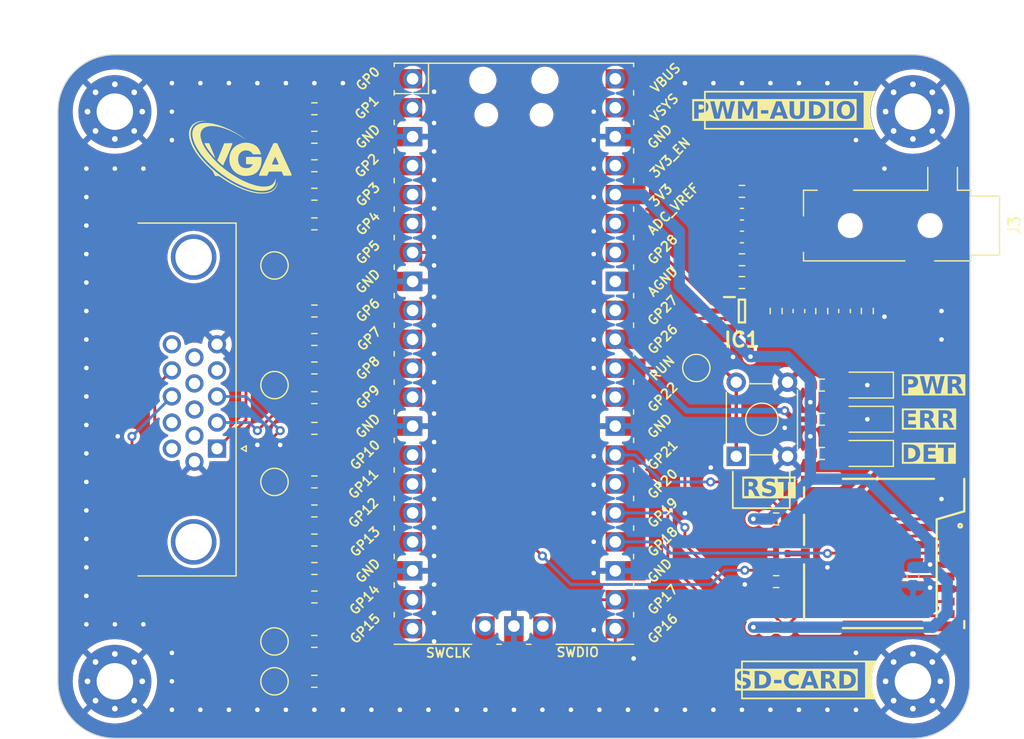
<source format=kicad_pcb>
(kicad_pcb (version 20221018) (generator pcbnew)
  (layers (0 "F.Cu" signal) (31 "B.Cu" signal) (34 "B.Paste" user) (35 "F.Paste" user) (36 "B.SilkS" user "B.Silkscreen") (37 "F.SilkS" user "F.Silkscreen") (38 "B.Mask" user) (39 "F.Mask" user) (44 "Edge.Cuts" user))
  (net 0 "")
  (net 1 "+3V3")
  (net 2 "GND")
  (net 3 "Net-(C3-Pad1)")
  (net 4 "Net-(C4-Pad2)")
  (net 5 "Net-(C5-Pad1)")
  (net 6 "Net-(C6-Pad2)")
  (net 7 "Net-(D1-K)")
  (net 8 "Net-(D1-A)")
  (net 9 "/SD_ERR_LED")
  (net 10 "/GPIO28")
  (net 11 "/GPIO27")
  (net 12 "Net-(IC1-Y2)")
  (net 13 "Net-(IC1-Y1)")
  (net 14 "/VGA_R")
  (net 15 "/VGA_G")
  (net 16 "/VGA_B")
  (net 20 "/HSYNC")
  (net 21 "/VSYNC")
  (net 23 "/SD_DAT2")
  (net 24 "/SD_DAT3")
  (net 25 "/SD_CMD")
  (net 26 "/SD_CLK")
  (net 27 "/SD_DAT0")
  (net 28 "/SD_DAT1")
  (net 29 "Net-(J2-SHIELD)")
  (net 30 "/GPIO4")
  (net 31 "/GPIO3")
  (net 32 "/GPIO2")
  (net 33 "/GPIO1")
  (net 34 "/GPIO0")
  (net 35 "/GPIO10")
  (net 36 "/GPIO9")
  (net 37 "/GPIO8")
  (net 38 "/GPIO7")
  (net 39 "/GPIO6")
  (net 40 "/GPIO15")
  (net 41 "/GPIO14")
  (net 42 "/GPIO13")
  (net 43 "/GPIO12")
  (net 44 "/GPIO11")
  (net 45 "Net-(U1-GPIO16)")
  (net 46 "Net-(U1-GPIO17)")
  (net 47 "Net-(U1-RUN)")
  (net 55 "Net-(D2-A)")
  (net 56 "Net-(D3-A)")
  (footprint "Module:RPi_Pico_SMD_TH" (layer "F.Cu") (at 155 81.25)
    (fp_text reference "U1" hide)
    (fp_text value "Pico")
  )
  (footprint "SamacSys_Parts:503398-1892" (layer "F.Cu") (at 194.5 92.23 -90)
    (fp_text reference "J2" hide)
    (fp_text value "Micro_SD_Card_Det1" hide)
  )
  (footprint "Resistor_SMD:R_0603_1608Metric" (layer "F.Cu") (at 178 95.75)
    (fp_text reference "R18" hide)
    (fp_text value "10k")
  )
  (footprint "Capacitor_SMD:C_0603_1608Metric" (layer "F.Cu") (at 180 77.5 90)
    (fp_text reference "C3" hide)
    (fp_text value "100n")
  )
  (footprint "TestPoint:TestPoint_Pad_D2.0mm" (layer "F.Cu") (at 134 92.5)
    (fp_text reference "TP3" hide)
    (fp_text value "TestPoint")
  )
  (footprint "Resistor_SMD:R_0603_1608Metric" (layer "F.Cu") (at 137.5 82.5 180)
    (fp_text reference "R8" hide)
    (fp_text value "2k")
  )
  (footprint "Resistor_SMD:R_0603_1608Metric" (layer "F.Cu") (at 137.5 59.75 180)
    (fp_text reference "R5" hide)
    (fp_text value "8.06k")
  )
  (footprint "Resistor_SMD:R_0603_1608Metric" (layer "F.Cu") (at 137.5 102.6 180)
    (fp_text reference "R11" hide)
    (fp_text value "499")
  )
  (footprint "TestPoint:TestPoint_Pad_D2.0mm" (layer "F.Cu") (at 134 84)
    (fp_text reference "TP2" hide)
    (fp_text value "TestPoint")
  )
  (footprint "Resistor_SMD:R_0603_1608Metric" (layer "F.Cu") (at 137.5 106.5 180)
    (fp_text reference "R17" hide)
    (fp_text value "47")
  )
  (footprint "Resistor_SMD:R_0603_1608Metric" (layer "F.Cu") (at 137.5 95.05 180)
    (fp_text reference "R14" hide)
    (fp_text value "4.02k")
  )
  (footprint "Resistor_SMD:R_0603_1608Metric" (layer "F.Cu") (at 137.5 110 180)
    (fp_text reference "R16" hide)
    (fp_text value "47")
  )
  (footprint "Resistor_SMD:R_0603_1608Metric" (layer "F.Cu") (at 182 87)
    (fp_text reference "R30" hide)
    (fp_text value "Dim")
  )
  (footprint "TestPoint:TestPoint_Pad_D2.0mm" (layer "F.Cu") (at 134 106.5 90)
    (fp_text reference "TP5" hide)
    (fp_text value "TestPoint")
  )
  (footprint "Resistor_SMD:R_0603_1608Metric" (layer "F.Cu") (at 137.5 92.5 180)
    (fp_text reference "R15" hide)
    (fp_text value "8.06k")
  )
  (footprint "Resistor_SMD:R_0603_1608Metric" (layer "F.Cu") (at 137.5 97.6 180)
    (fp_text reference "R13" hide)
    (fp_text value "2k")
  )
  (footprint "Capacitor_SMD:C_0603_1608Metric" (layer "F.Cu") (at 175 80 180)
    (fp_text reference "C2" hide)
    (fp_text value "100n")
  )
  (footprint "Resistor_SMD:R_0603_1608Metric" (layer "F.Cu") (at 137.5 80 180)
    (fp_text reference "R9" hide)
    (fp_text value "4.02k")
  )
  (footprint "Package_SO:SOP65P210X110-6N" (layer "F.Cu") (at 175 77.5)
    (fp_text reference "IC1")
    (fp_text value "NC7WZ17P6X" hide)
  )
  (footprint "LED_SMD:LED_1206_3216Metric" (layer "F.Cu") (at 186 87 180)
    (fp_text reference "D3" hide)
    (fp_text value "LED")
  )
  (footprint "Resistor_SMD:R_0603_1608Metric" (layer "F.Cu") (at 178 105.25)
    (fp_text reference "R19" hide)
    (fp_text value "10k")
  )
  (footprint "Resistor_SMD:R_0603_1608Metric" (layer "F.Cu") (at 137.5 62.25 180)
    (fp_text reference "R4" hide)
    (fp_text value "4.02k")
  )
  (footprint "Button_Switch_THT:SW_TH_Tactile_Omron_B3F-10xx" (layer "F.Cu") (at 174.5 90.25 90)
    (fp_text reference "SW1" hide)
    (fp_text value "SW_MEC_5E")
  )
  (footprint "Resistor_SMD:R_0603_1608Metric" (layer "F.Cu") (at 137.5 64.75 180)
    (fp_text reference "R3" hide)
    (fp_text value "2k")
  )
  (footprint "Resistor_SMD:R_0603_1608Metric" (layer "F.Cu") (at 137.5 85.1 180)
    (fp_text reference "R7" hide)
    (fp_text value "1k")
  )
  (footprint "MountingHole:MountingHole_3.2mm_M3_Pad_Via" (layer "F.Cu") (at 120 60)
    (fp_text reference "H1" hide)
    (fp_text value "MountingHole_Pad")
  )
  (footprint "TestPoint:TestPoint_Pad_D2.0mm" (layer "F.Cu") (at 171 82.5)
    (fp_text reference "TP11" hide)
    (fp_text value "TestPoint")
  )
  (footprint "Symbol:VGA" (layer "F.Cu") (at 131 64)
    (fp_text reference "G***" hide)
    (fp_text value "LOGO" hide)
  )
  (footprint "Connector_Dsub:DSUB-15-HD_Female_Horizontal_P2.29x1.98mm_EdgePinOffset3.03mm_Housed_MountingHolesOffset4.94mm" (layer "F.Cu") (at 128.96 89.58 -90)
    (fp_text reference "J1" hide)
    (fp_text value "DE15_Plug_HighDensity")
  )
  (footprint "Resistor_SMD:R_0603_1608Metric" (layer "F.Cu") (at 175 75 180)
    (fp_text reference "R24" hide)
    (fp_text value "220")
  )
  (footprint "MountingHole:MountingHole_3.2mm_M3_Pad_Via" (layer "F.Cu") (at 120 110)
    (fp_text reference "H3" hide)
    (fp_text value "MountingHole_Pad")
  )
  (footprint "TestPoint:TestPoint_Pad_D2.0mm" (layer "F.Cu") (at 134 73.5)
    (fp_text reference "TP1" hide)
    (fp_text value "TestPoint")
  )
  (footprint "MountingHole:MountingHole_3.2mm_M3_Pad_Via" (layer "F.Cu") (at 190 60)
    (fp_text reference "H2" hide)
    (fp_text value "MountingHole_Pad")
  )
  (footprint "Resistor_SMD:R_0603_1608Metric" (layer "F.Cu") (at 137.5 69.85 180)
    (fp_text reference "R1" hide)
    (fp_text value "499")
  )
  (footprint "MountingHole:MountingHole_3.2mm_M3_Pad_Via" (layer "F.Cu") (at 190 110)
    (fp_text reference "H4" hide)
    (fp_text value "MountingHole_Pad")
  )
  (footprint "LED_SMD:LED_1206_3216Metric" (layer "F.Cu") (at 186 84 180)
    (fp_text reference "D2" hide)
    (fp_text value "LED")
  )
  (footprint "Resistor_SMD:R_0603_1608Metric" (layer "F.Cu") (at 137.5 77.5 180)
    (fp_text reference "R10" hide)
    (fp_text value "8.06k")
  )
  (footprint "Capacitor_SMD:C_0603_1608Metric" (layer "F.Cu") (at 175 71)
    (fp_text reference "C5" hide)
    (fp_text value "100n")
  )
  (footprint "Connector_Audio:Jack_3.5mm_CUI_SJ-3524-SMT_Horizontal" (layer "F.Cu") (at 189 70 -90)
    (fp_text reference "J3")
    (fp_text value "AudioJack3")
  )
  (footprint "Capacitor_SMD:C_0603_1608Metric" (layer "F.Cu") (at 175 69)
    (fp_text reference "C6" hide)
    (fp_text value "47u")
  )
  (footprint "Resistor_SMD:R_0603_1608Metric" (layer "F.Cu") (at 178 77.5 -90)
    (fp_text reference "R25" hide)
    (fp_text value "220")
  )
  (footprint "Resistor_SMD:R_0603_1608Metric" (layer "F.Cu") (at 182 77.5 -90)
    (fp_text reference "R27" hide)
    (fp_text value "100")
  )
  (footprint "Resistor_SMD:R_0603_1608Metric" (layer "F.Cu") (at 175 73 180)
    (fp_text reference "R26" hide)
    (fp_text value "100")
  )
  (footprint "LED_SMD:LED_1206_3216Metric" (layer "F.Cu") (at 186 90 180)
    (fp_text reference "D1" hide)
    (fp_text value "LED")
  )
  (footprint "TestPoint:TestPoint_Pad_D2.0mm" (layer "F.Cu") (at 134 110 90)
    (fp_text reference "TP4" hide)
    (fp_text value "TestPoint")
  )
  (footprint "Resistor_SMD:R_0603_1608Metric" (layer "F.Cu") (at 186 77.5 90)
    (fp_text reference "R28" hide)
    (fp_text value "1.8k")
  )
  (footprint "Resistor_SMD:R_0603_1608Metric" (layer "F.Cu") (at 137.5 87.8 180)
    (fp_text reference "R6" hide)
    (fp_text value "499")
  )
  (footprint "Resistor_SMD:R_0603_1608Metric" (layer "F.Cu") (at 182 90)
    (fp_text reference "R21" hide)
    (fp_text value "Dim")
  )
  (footprint "Resistor_SMD:R_0402_1005Metric" (layer "F.Cu") (at 178.5 98.78)
    (fp_text reference "R22" hide)
    (fp_text value "R_Smol")
  )
  (footprint "Resistor_SMD:R_0603_1608Metric" (layer "F.Cu") (at 137.5 67.25 180)
    (fp_text reference "R2" hide)
    (fp_text value "1k")
  )
  (footprint "Resistor_SMD:R_0603_1608Metric" (layer "F.Cu") (at 175 67)
    (fp_text reference "R29" hide)
    (fp_text value "1.8k")
  )
  (footprint "Capacitor_SMD:C_0603_1608Metric" (layer "F.Cu") (at 184 77.5 90)
    (fp_text reference "C4" hide)
    (fp_text value "47u")
  )
  (footprint "Resistor_SMD:R_0603_1608Metric" (layer "F.Cu") (at 178 101.25 180)
    (fp_text reference "R20" hide)
    (fp_text value "n.b.")
  )
  (footprint "Resistor_SMD:R_0603_1608Metric" (layer "F.Cu") (at 182 84 180)
    (fp_text reference "R23" hide)
    (fp_text value "Dim")
  )
  (footprint "Resistor_SMD:R_0603_1608Metric" (layer "F.Cu") (at 137.5 100.1 180)
    (fp_text reference "R12" hide)
    (fp_text value "1k")
  )
  (footprint "Capacitor_SMD:C_0603_1608Metric" (layer "B.Cu") (at 190 100.78 -90)
    (fp_text reference "C1" hide)
    (fp_text value "10u")
  )
  (gr_line (start 171.75 61.5) (end 171.75 58.25) (stroke (width 0.15)) (layer "F.SilkS"))
  (gr_line (start 186.739271 108.257346) (end 175 108.25) (stroke (width 0.15)) (layer "F.SilkS"))
  (gr_poly (pts (arc (start 186.739271 108.257346) (mid 186.319476 109.865893) (end 186.625 111.5)) (xy 185.874999 111.45) (xy 185.874999 108.275)) (stroke (width 0.15)) (fill solid) (layer "F.SilkS"))
  (gr_line (start 175 111.5) (end 186.625 111.5) (stroke (width 0.15)) (layer "F.SilkS"))
  (gr_line (start 175 111.5) (end 175 108.25) (stroke (width 0.15)) (layer "F.SilkS"))
  (gr_line (start 171.75 61.5) (end 186.500001 61.5) (stroke (width 0.15)) (layer "F.SilkS"))
  (gr_line (start 186.614272 58.257346) (end 171.75 58.25) (stroke (width 0.15)) (layer "F.SilkS"))
  (gr_line (start 179.2 91.5) (end 179.2 94.8) (stroke (width 0.15)) (layer "F.SilkS"))
  (gr_poly (pts (arc (start 186.614272 58.257346) (mid 186.194477 59.865893) (end 186.500001 61.5)) (xy 185.75 61.45) (xy 185.75 58.275)) (stroke (width 0.15)) (fill solid) (layer "F.SilkS"))
  (gr_line (start 179.2 94.8) (end 174.2 94.8) (stroke (width 0.15)) (layer "F.SilkS"))
  (gr_line (start 174.2 91.6) (end 174.2 94.8) (stroke (width 0.15)) (layer "F.SilkS"))
  (gr_line (start 120 55) (end 190 55) (stroke (width 0.1)) (layer "Edge.Cuts"))
  (gr_arc (start 115 60) (mid 116.464466 56.464466) (end 120 55) (stroke (width 0.1)) (layer "Edge.Cuts"))
  (gr_arc (start 190 55) (mid 193.535534 56.464466) (end 195 60) (stroke (width 0.1)) (layer "Edge.Cuts"))
  (gr_line (start 195 60) (end 195 110) (stroke (width 0.1)) (layer "Edge.Cuts"))
  (gr_line (start 115 110) (end 115 60) (stroke (width 0.1)) (layer "Edge.Cuts"))
  (gr_line (start 190 115) (end 120 115) (stroke (width 0.1)) (layer "Edge.Cuts"))
  (gr_arc (start 120 115) (mid 116.464466 113.535534) (end 115 110) (stroke (width 0.1)) (layer "Edge.Cuts"))
  (gr_arc (start 195 110) (mid 193.535534 113.535534) (end 190 115) (stroke (width 0.1)) (layer "Edge.Cuts"))
  (gr_text "DET" (at 189 91) (layer "F.SilkS" knockout) (effects (font (size 1.5 1.5) (thickness 0.3) bold) (justify left bottom)))
  (gr_text "ERR" (at 189 88) (layer "F.SilkS" knockout) (effects (font (size 1.5 1.5) (thickness 0.3) bold) (justify left bottom)))
  (gr_text "PWM-AUDIO" (at 185 60) (layer "F.SilkS" knockout) (effects (font (size 1.5 1.5) (thickness 0.3) bold) (justify right)))
  (gr_text "SD-CARD" (at 185.1 110) (layer "F.SilkS" knockout) (effects (font (size 1.5 1.5) (thickness 0.3) bold) (justify right)))
  (gr_text "PWR" (at 189 85) (layer "F.SilkS" knockout) (effects (font (size 1.5 1.5) (thickness 0.3) bold) (justify left bottom)))
  (gr_text "RST" (at 175 94) (layer "F.SilkS" knockout) (effects (font (size 1.5 1.5) (thickness 0.3) bold) (justify left bottom)))
  (segment (start 191.5 99.75) (end 193.05 99.75) (width 0.5) (layer "F.Cu") (net 1))
  (segment (start 175.325 77.5) (end 175.275 77.55) (width 0.3) (layer "F.Cu") (net 1))
  (segment (start 175.275 77.55) (end 175.275 79.5) (width 0.3) (layer "F.Cu") (net 1))
  (segment (start 181 88.5) (end 181.175 88.675) (width 0.5) (layer "F.Cu") (net 1))
  (segment (start 181.175 85.325) (end 181.175 84) (width 0.5) (layer "F.Cu") (net 1))
  (segment (start 175.775 81.475) (end 175.75 81.5) (width 0.5) (layer "F.Cu") (net 1))
  (segment (start 177.175 105.25) (end 176 105.25) (width 0.5) (layer "F.Cu") (net 1))
  (segment (start 175.775 80) (end 175.775 81.475) (width 0.5) (layer "F.Cu") (net 1))
  (segment (start 181.175 88.675) (end 181.175 90) (width 0.5) (layer "F.Cu") (net 1))
  (segment (start 176.1 77.5) (end 175.325 77.5) (width 0.3) (layer "F.Cu") (net 1))
  (segment (start 193.05 99.75) (end 193.1 99.7) (width 0.5) (layer "F.Cu") (net 1))
  (segment (start 175.275 79.5) (end 175.775 80) (width 0.3) (layer "F.Cu") (net 1))
  (segment (start 181 85.5) (end 181.175 85.325) (width 0.5) (layer "F.Cu") (net 1))
  (segment (start 177.175 95.75) (end 176 95.75) (width 0.5) (layer "F.Cu") (net 1))
  (via (at 175.75 81.5) (size 0.8) (drill 0.4) (layers "F.Cu" "B.Cu") (net 1))
  (via (at 191.5 99.75) (size 0.8) (drill 0.4) (layers "F.Cu" "B.Cu") (net 1))
  (via (at 181 88.5) (size 0.8) (drill 0.4) (layers "F.Cu" "B.Cu") (net 1))
  (via (at 181 85.5) (size 0.8) (drill 0.4) (layers "F.Cu" "B.Cu") (net 1))
  (via (at 176 105.25) (size 0.8) (drill 0.4) (layers "F.Cu" "B.Cu") (net 1))
  (via (at 176 95.75) (size 0.8) (drill 0.4) (layers "F.Cu" "B.Cu") (net 1))
  (segment (start 181 92.25) (end 186 92.25) (width 1) (layer "B.Cu") (net 1))
  (segment (start 193 101.25) (end 193 104) (width 1) (layer "B.Cu") (net 1))
  (segment (start 181 85.5) (end 181 83.557968) (width 1) (layer "B.Cu") (net 1))
  (segment (start 193 104) (end 191.75 105.25) (width 1) (layer "B.Cu") (net 1))
  (segment (start 169.5 70.5) (end 169.5 75.25) (width 1) (layer "B.Cu") (net 1))
  (segment (start 166.28 67.28) (end 169.5 70.5) (width 1) (layer "B.Cu") (net 1))
  (segment (start 181 83.557968) (end 178.942032 81.5) (width 1) (layer "B.Cu") (net 1))
  (segment (start 181 88.5) (end 181 85.5) (width 1) (layer "B.Cu") (net 1))
  (segment (start 163.89 67.28) (end 166.28 67.28) (width 1) (layer "B.Cu") (net 1))
  (segment (start 191.5 97.75) (end 191.5 99.75) (width 1) (layer "B.Cu") (net 1))
  (segment (start 177.5 95.75) (end 181 92.25) (width 1) (layer "B.Cu") (net 1))
  (segment (start 190 100.005) (end 191.245 100.005) (width 1) (layer "B.Cu") (net 1))
  (segment (start 186 92.25) (end 191.5 97.75) (width 1) (layer "B.Cu") (net 1))
  (segment (start 191.5 99.75) (end 193 101.25) (width 1) (layer "B.Cu") (net 1))
  (segment (start 169.5 75.25) (end 175.75 81.5) (width 1) (layer "B.Cu") (net 1))
  (segment (start 191.245 100.005) (end 191.5 99.75) (width 1) (layer "B.Cu") (net 1))
  (segment (start 176 95.75) (end 177.5 95.75) (width 1) (layer "B.Cu") (net 1))
  (segment (start 178.942032 81.5) (end 175.75 81.5) (width 1) (layer "B.Cu") (net 1))
  (segment (start 181 88.5) (end 181 92.25) (width 1) (layer "B.Cu") (net 1))
  (segment (start 191.75 105.25) (end 176 105.25) (width 1) (layer "B.Cu") (net 1))
  (segment (start 174.225 81.525) (end 174.222182 81.527818) (width 0.5) (layer "F.Cu") (net 2))
  (segment (start 193.1 101.9) (end 192.98 101.78) (width 0.5) (layer "F.Cu") (net 2))
  (segment (start 192.98 101.78) (end 191.5 101.78) (width 0.5) (layer "F.Cu") (net 2))
  (segment (start 174.775 77.6) (end 174.775 79.45) (width 0.3) (layer "F.Cu") (net 2))
  (segment (start 186 78.325) (end 187.175 78.325) (width 0.5) (layer "F.Cu") (net 2))
  (segment (start 173.9 77.5) (end 174.675 77.5) (width 0.3) (layer "F.Cu") (net 2))
  (segment (start 174.225 80) (end 174.225 81.525) (width 0.5) (layer "F.Cu") (net 2))
  (segment (start 187.4 84) (end 186 84) (width 0.5) (layer "F.Cu") (net 2))
  (segment (start 187.175 78.325) (end 187.5 78) (width 0.5) (layer "F.Cu") (net 2))
  (segment (start 174.675 77.5) (end 174.775 77.6) (width 0.3) (layer "F.Cu") (net 2))
  (segment (start 187.4 87) (end 186 87) (width 0.5) (layer "F.Cu") (net 2))
  (segment (start 174.775 79.45) (end 174.225 80) (width 0.3) (layer "F.Cu") (net 2))
  (via (at 175 112.5) (size 0.8) (drill 0.4) (layers "F.Cu" "B.Cu") (net 2))
  (via (at 182.5 112.5) (size 0.8) (drill 0.4) (layers "F.Cu" "B.Cu") (net 2))
  (via (at 172.5 112.5) (size 0.8) (drill 0.4) (layers "F.Cu" "B.Cu") (net 2))
  (via (at 117.5 77.5) (size 0.8) (drill 0.4) (layers "F.Cu" "B.Cu") (net 2))
  (via (at 148 88.999998) (size 0.8) (drill 0.4) (layers "F.Cu" "B.Cu") (net 2))
  (via (at 162 70.5) (size 0.8) (drill 0.4) (layers "F.Cu" "B.Cu") (net 2))
  (via (at 148 86.500002) (size 0.8) (drill 0.4) (layers "F.Cu" "B.Cu") (net 2))
  (via (at 157.5 112.5) (size 0.8) (drill 0.4) (layers "F.Cu" "B.Cu") (net 2))
  (via (at 148 81.25) (size 0.8) (drill 0.4) (layers "F.Cu" "B.Cu") (net 2))
  (via (at 125 57.5) (size 0.8) (drill 0.4) (layers "F.Cu" "B.Cu") (net 2))
  (via (at 148 61) (size 0.8) (drill 0.4) (layers "F.Cu" "B.Cu") (net 2))
  (via (at 117.5 82.5) (size 0.8) (drill 0.4) (layers "F.Cu" "B.Cu") (net 2))
  (via (at 162 72.5) (size 0.8) (drill 0.4) (layers "F.Cu" "B.Cu") (net 2))
  (via (at 177.5 112.5) (size 0.8) (drill 0.4) (layers "F.Cu" "B.Cu") (net 2))
  (via (at 185 112.5) (size 0.8) (drill 0.4) (layers "F.Cu" "B.Cu") (net 2))
  (via (at 185 107.5) (size 0.8) (drill 0.4) (layers "F.Cu" "B.Cu") (net 2))
  (via (at 185 57.5) (size 0.8) (drill 0.4) (layers "F.Cu" "B.Cu") (net 2))
  (via (at 125 60) (size 0.8) (drill 0.4) (layers "F.Cu" "B.Cu") (net 2))
  (via (at 117.5 65) (size 0.8) (drill 0.4) (layers "F.Cu" "B.Cu") (net 2))
  (via (at 180 57.5) (size 0.8) (drill 0.4) (layers "F.Cu" "B.Cu") (net 2))
  (via (at 148 94) (size 0.8) (drill 0.4) (layers "F.Cu" "B.Cu") (net 2))
  (via (at 167.5 112.5) (size 0.8) (drill 0.4) (layers "F.Cu" "B.Cu") (net 2))
  (via (at 186 87) (size 0.8) (drill 0.4) (layers "F.Cu" "B.Cu") (net 2))
  (via (at 187.5 78) (size 0.8) (drill 0.4) (layers "F.Cu" "B.Cu") (net 2))
  (via (at 192.5 80) (size 0.8) (drill 0.4) (layers "F.Cu" "B.Cu") (net 2))
  (via (at 120 105) (size 0.8) (drill 0.4) (layers "F.Cu" "B.Cu") (net 2))
  (via (at 162 105.5) (size 0.8) (drill 0.4) (layers "F.Cu" "B.Cu") (net 2))
  (via (at 162 82.5) (size 0.8) (drill 0.4) (layers "F.Cu" "B.Cu") (net 2))
  (via (at 127.5 57.5) (size 0.8) (drill 0.4) (layers "F.Cu" "B.Cu") (net 2))
  (via (at 117.5 95) (size 0.8) (drill 0.4) (layers "F.Cu" "B.Cu") (net 2))
  (via (at 117.5 100) (size 0.8) (drill 0.4) (layers "F.Cu" "B.Cu") (net 2))
  (via (at 132.5 57.5) (size 0.8) (drill 0.4) (layers "F.Cu" "B.Cu") (net 2))
  (via (at 175 57.5) (size 0.8) (drill 0.4) (layers "F.Cu" "B.Cu") (net 2))
  (via (at 137.5 57.5) (size 0.8) (drill 0.4) (layers "F.Cu" "B.Cu") (net 2))
  (via (at 148 91.5) (size 0.8) (drill 0.4) (layers "F.Cu" "B.Cu") (net 2))
  (via (at 178.75 87.75) (size 0.8) (drill 0.4) (layers "F.Cu" "B.Cu") (net 2))
  (via (at 170 112.5) (size 0.8) (drill 0.4) (layers "F.Cu" "B.Cu") (net 2))
  (via (at 135 57.5) (size 0.8) (drill 0.4) (layers "F.Cu" "B.Cu") (net 2))
  (via (at 148 73.5) (size 0.8) (drill 0.4) (layers "F.Cu" "B.Cu") (net 2))
  (via (at 117.5 75) (size 0.8) (drill 0.4) (layers "F.Cu" "B.Cu") (net 2))
  (via (at 125 107.5) (size 0.8) (drill 0.4) (layers "F.Cu" "B.Cu") (net 2))
  (via (at 170 57.5) (size 0.8) (drill 0.4) (layers "F.Cu" "B.Cu") (net 2))
  (via (at 162 95.25) (size 0.8) (drill 0.4) (layers "F.Cu" "B.Cu") (net 2))
  (via (at 135 112.5) (size 0.8) (drill 0.4) (layers "F.Cu" "B.Cu") (net 2))
  (via (at 117.5 87.5) (size 0.8) (drill 0.4) (layers "F.Cu" "B.Cu") (net 2))
  (via (at 148 78.75) (size 0.8) (drill 0.4) (layers "F.Cu" "B.Cu") (net 2))
  (via (at 148 58.25) (size 0.8) (drill 0.4) (layers "F.Cu" "B.Cu") (net 2))
  (via (at 162 75) (size 0.8) (drill 0.4) (layers "F.Cu" "B.Cu") (net 2))
  (via (at 148 68.5) (size 0.8) (drill 0.4) (layers "F.Cu" "B.Cu") (net 2))
  (via (at 132.5 112.5) (size 0.8) (drill 0.4) (layers "F.Cu" "B.Cu") (net 2))
  (via (at 185 62.5) (size 0.8) (drill 0.4) (layers "F.Cu" "B.Cu") (net 2))
  (via (at 117.5 97.5) (size 0.8) (drill 0.4) (layers "F.Cu" "B.Cu") (net 2))
  (via (at 182.5 57.5) (size 0.8) (drill 0.4) (layers "F.Cu" "B.Cu") (net 2))
  (via (at 148 106.5) (size 0.8) (drill 0.4) (layers "F.Cu" "B.Cu") (net 2))
  (via (at 130 57.5) (size 0.8) (drill 0.4) (layers "F.Cu" "B.Cu") (net 2))
  (via (at 148 66) (size 0.8) (drill 0.4) (layers "F.Cu" "B.Cu") (net 2))
  (via (at 174.222182 81.527818) (size 0.8) (drill 0.4) (layers "F.Cu" "B.Cu") (net 2))
  (via (at 177.5 57.5) (size 0.8) (drill 0.4) (layers "F.Cu" "B.Cu") (net 2))
  (via (at 150 112.5) (size 0.8) (drill 0.4) (layers "F.Cu" "B.Cu") (net 2))
  (via (at 160 112.5) (size 0.8) (drill 0.4) (layers "F.Cu" "B.Cu") (net 2))
  (via (at 122.5 105) (size 0.8) (drill 0.4) (layers "F.Cu" "B.Cu") (net 2))
  (via (at 120 65) (size 0.8) (drill 0.4) (layers "F.Cu" "B.Cu") (net 2))
  (via (at 117.5 105) (size 0.8) (drill 0.4) (layers "F.Cu" "B.Cu") (net 2))
  (via (at 117.5 72.5) (size 0.8) (drill 0.4) (layers "F.Cu" "B.Cu") (net 2))
  (via (at 117.5 85) (size 0.8) (drill 0.4) (layers "F.Cu" "B.Cu") (net 2))
  (via (at 117.5 102.5) (size 0.8) (drill 0.4) (layers "F.Cu" "B.Cu") (net 2))
  (via (at 148 101.5) (size 0.8) (drill 0.4) (layers "F.Cu" "B.Cu") (net 2))
  (via (at 125 112.5) (size 0.8) (drill 0.4) (layers "F.Cu" "B.Cu") (net 2))
  (via (at 125 62.5) (size 0.8) (drill 0.4) (layers "F.Cu" "B.Cu") (net 2))
  (via (at 162 62.5) (size 0.8) (drill 0.4) (layers "F.Cu" "B.Cu") (net 2))
  (via (at 182.5 100) (size 0.8) (drill 0.4) (layers "F.Cu" "B.Cu") (net 2))
  (via (at 162 77.5) (size 0.8) (drill 0.4) (layers "F.Cu" "B.Cu") (net 2))
  (via (at 162 80) (size 0.8) (drill 0.4) (layers "F.Cu" "B.Cu") (net 2))
  (via (at 130 112.5) (size 0.8) (drill 0.4) (layers "F.Cu" "B.Cu") (net 2))
  (via (at 165.5 108) (size 0.8) (drill 0.4) (layers "F.Cu" "B.Cu") (net 2))
  (via (at 191.5 101.78) (size 0.8) (drill 0.4) (layers "F.Cu" "B.Cu") (net 2))
  (via (at 172.5 57.5) (size 0.8) (drill 0.4) (layers "F.Cu" "B.Cu") (net 2))
  (via (at 162 97.75) (size 0.8) (drill 0.4) (layers "F.Cu" "B.Cu") (net 2))
  (via (at 155 112.5) (size 0.8) (drill 0.4) (layers "F.Cu" "B.Cu") (net 2))
  (via (at 162 100.5) (size 0.8) (drill 0.4) (layers "F.Cu" "B.Cu") (net 2))
  (via (at 175.25 101.5) (size 0.8) (drill 0.4) (layers "F.Cu" "B.Cu") (net 2))
  (via (at 172.262654 91.237346) (size 0.8) (drill 0.4) (layers "F.Cu" "B.Cu") (net 2))
  (via (at 192.5 77.5) (size 0.8) (drill 0.4) (layers "F.Cu" "B.Cu") (net 2))
  (via (at 192.5 94) (size 0.8) (drill 0.4) (layers "F.Cu" "B.Cu") (net 2))
  (via (at 187.5 65) (size 0.8) (drill 0.4) (layers "F.Cu" "B.Cu") (net 2))
  (via (at 117.5 90) (size 0.8) (drill 0.4) (layers "F.Cu" "B.Cu") (net 2))
  (via (at 148 99) (size 0.8) (drill 0.4) (layers "F.Cu" "B.Cu") (net 2))
  (via (at 162 60) (size 0.8) (drill 0.4) (layers "F.Cu" "B.Cu") (net 2))
  (via (at 132.5 89.25) (size 0.8) (drill 0.4) (layers "F.Cu" "B.Cu") (net 2))
  (via (at 152.5 112.5) (size 0.8) (drill 0.4) (layers "F.Cu" "B.Cu") (net 2))
  (via (at 170 95.25) (size 0.8) (drill 0.4) (layers "F.Cu" "B.Cu") (net 2))
  (via (at 137.5 112.5) (size 0.8) (drill 0.4) (layers "F.Cu" "B.Cu") (net 2))
  (via (at 147.5 112.5) (size 0.8) (drill 0.4) (layers "F.Cu" "B.Cu") (net 2))
  (via (at 117.5 92.5) (size 0.8) (drill 0.4) (layers "F.Cu" "B.Cu") (net 2))
  (via (at 148 83.75) (size 0.8) (drill 0.4) (layers "F.Cu" "B.Cu") (net 2))
  (via (at 162.000002 85) (size 0.8) (drill 0.4) (layers "F.Cu" "B.Cu") (net 2))
  (via (at 120.25 88.5) (size 0.8) (drill 0.4) (layers "F.Cu" "B.Cu") (net 2))
  (via (at 140 57.5) (size 0.8) (drill 0.4) (layers "F.Cu" "B.Cu") (net 2))
  (via (at 122.5 65) (size 0.8) (drill 0.4) (layers "F.Cu" "B.Cu") (net 2))
  (via (at 148 71) (size 0.8) (drill 0.4) (layers "F.Cu" "B.Cu") (net 2))
  (via (at 145 112.5) (size 0.8) (drill 0.4) (layers "F.Cu" "B.Cu") (net 2))
  (via (at 127.5 112.5) (size 0.8) (drill 0.4) (layers "F.Cu" "B.Cu") (net 2))
  (via (at 162.5 112.5) (size 0.8) (drill 0.4) (layers "F.Cu" "B.Cu") (net 2))
  (via (at 140 112.5) (size 0.8) (drill 0.4) (layers "F.Cu" "B.Cu") (net 2))
  (via (at 148 63.5) (size 0.8) (drill 0.4) (layers "F.Cu" "B.Cu") (net 2))
  (via (at 134.5 89.25) (size 0.8) (drill 0.4) (layers "F.Cu" "B.Cu") (net 2))
  (via (at 186 84) (size 0.8) (drill 0.4) (layers "F.Cu" "B.Cu") (net 2))
  (via (at 142.5 112.5) (size 0.8) (drill 0.4) (layers "F.Cu" "B.Cu") (net 2))
  (via (at 162 90.25) (size 0.8) (drill 0.4) (layers "F.Cu" "B.Cu") (net 2))
  (via (at 180 112.5) (size 0.8) (drill 0.4) (layers "F.Cu" "B.Cu") (net 2))
  (via (at 148 96.5) (size 0.8) (drill 0.4) (layers "F.Cu" "B.Cu") (net 2))
  (via (at 125 110) (size 0.8) (drill 0.4) (layers "F.Cu" "B.Cu") (net 2))
  (via (at 148 104) (size 0.8) (drill 0.4) (layers "F.Cu" "B.Cu") (net 2))
  (via (at 162 92.75) (size 0.8) (drill 0.4) (layers "F.Cu" "B.Cu") (net 2))
  (via (at 162 65) (size 0.8) (drill 0.4) (layers "F.Cu" "B.Cu") (net 2))
  (via (at 117.5 80) (size 0.8) (drill 0.4) (layers "F.Cu" "B.Cu") (net 2))
  (via (at 165 112.5) (size 0.8) (drill 0.4) (layers "F.Cu" "B.Cu") (net 2))
  (via (at 162 67.5) (size 0.8) (drill 0.4) (layers "F.Cu" "B.Cu") (net 2))
  (via (at 117.5 70) (size 0.8) (drill 0.4) (layers "F.Cu" "B.Cu") (net 2))
  (via (at 148 76.25) (size 0.8) (drill 0.4) (layers "F.Cu" "B.Cu") (net 2))
  (via (at 117.5 67.5) (size 0.8) (drill 0.4) (layers "F.Cu" "B.Cu") (net 2))
  (segment (start 190 101.555) (end 190.225 101.78) (width 0.5) (layer "B.Cu") (net 2))
  (segment (start 190.225 101.78) (end 191.5 101.78) (width 0.5) (layer "B.Cu") (net 2))
  (segment (start 183.95 78.325) (end 184 78.275) (width 0.3) (layer "F.Cu") (net 3))
  (segment (start 178 78.325) (end 183.95 78.325) (width 0.3) (layer "F.Cu") (net 3))
  (segment (start 186 75.5) (end 187.8 73.7) (width 0.3) (layer "F.Cu") (net 4))
  (segment (start 184 76.725) (end 185.95 76.725) (width 0.3) (layer "F.Cu") (net 4))
  (segment (start 187.8 73.7) (end 190.6 73.7) (width 0.3) (layer "F.Cu") (net 4))
  (segment (start 186 76.675) (end 186 75.5) (width 0.3) (layer "F.Cu") (net 4))
  (segment (start 185.95 76.725) (end 186 76.675) (width 0.3) (layer "F.Cu") (net 4))
  (segment (start 174.225 69) (end 174.225 74.95) (width 0.3) (layer "F.Cu") (net 5))
  (segment (start 174.225 74.95) (end 174.175 75) (width 0.3) (layer "F.Cu") (net 5))
  (segment (start 175.775 67.05) (end 175.825 67) (width 0.3) (layer "F.Cu") (net 6))
  (segment (start 183.2 66.3) (end 176.525 66.3) (width 0.3) (layer "F.Cu") (net 6))
  (segment (start 175.775 69) (end 175.775 67.05) (width 0.3) (layer "F.Cu") (net 6))
  (segment (start 176.525 66.3) (end 175.825 67) (width 0.3) (layer "F.Cu") (net 6))
  (segment (start 181.495 93.75) (end 184.75 93.75) (width 0.5) (layer "F.Cu") (net 7))
  (segment (start 180.635 94.61) (end 181.495 93.75) (width 0.5) (layer "F.Cu") (net 7))
  (segment (start 187.4 91.1) (end 187.4 90) (width 0.5) (layer "F.Cu") (net 7))
  (segment (start 184.75 93.75) (end 187.4 91.1) (width 0.5) (layer "F.Cu") (net 7))
  (segment (start 184.6 90) (end 182.825 90) (width 0.5) (layer "F.Cu") (net 8))
  (segment (start 181.175 87) (end 179.5 87) (width 0.5) (layer "F.Cu") (net 9))
  (segment (start 179.5 87) (end 178.75 86.25) (width 0.5) (layer "F.Cu") (net 9))
  (via (at 178.75 86.25) (size 0.8) (drill 0.4) (layers "F.Cu" "B.Cu") (net 9))
  (segment (start 163.89 79.98) (end 170.16 86.25) (width 0.5) (layer "B.Cu") (net 9))
  (segment (start 170.16 86.25) (end 178.75 86.25) (width 0.5) (layer "B.Cu") (net 9))
  (segment (start 172.35 76.85) (end 173.9 76.85) (width 0.25) (layer "F.Cu") (net 10))
  (segment (start 163.89 72.36) (end 167.86 72.36) (width 0.25) (layer "F.Cu") (net 10))
  (segment (start 167.86 72.36) (end 172.35 76.85) (width 0.25) (layer "F.Cu") (net 10))
  (segment (start 169.9 78.15) (end 169.19 77.44) (width 0.25) (layer "F.Cu") (net 11))
  (segment (start 169.19 77.44) (end 163.89 77.44) (width 0.25) (layer "F.Cu") (net 11))
  (segment (start 173.9 78.15) (end 169.9 78.15) (width 0.25) (layer "F.Cu") (net 11))
  (segment (start 176.1 78.15) (end 176.875 78.15) (width 0.3) (layer "F.Cu") (net 12))
  (segment (start 176.875 78.15) (end 178 77.025) (width 0.3) (layer "F.Cu") (net 12))
  (segment (start 178 77.025) (end 178 76.675) (width 0.3) (layer "F.Cu") (net 12))
  (segment (start 176.1 76.85) (end 176.1 76.1) (width 0.3) (layer "F.Cu") (net 13))
  (segment (start 175.825 75.825) (end 175.825 75) (width 0.3) (layer "F.Cu") (net 13))
  (segment (start 176.1 76.85) (end 175.95 76.85) (width 0.3) (layer "F.Cu") (net 13))
  (segment (start 176.1 76.1) (end 175.825 75.825) (width 0.3) (layer "F.Cu") (net 13))
  (segment (start 131.5 87.04) (end 131.5 76) (width 0.25) (layer "F.Cu") (net 14))
  (segment (start 128.96 89.58) (end 131.5 87.04) (width 0.25) (layer "F.Cu") (net 14))
  (segment (start 134 73.5) (end 134.275 73.5) (width 0.25) (layer "F.Cu") (net 14))
  (segment (start 136.675 70.825) (end 134 73.5) (width 0.25) (layer "F.Cu") (net 14))
  (segment (start 136.675 59.75) (end 136.675 70.825) (width 0.25) (layer "F.Cu") (net 14))
  (segment (start 131.5 76) (end 134 73.5) (width 0.25) (layer "F.Cu") (net 14))
  (segment (start 135.5 82.5) (end 136.675 82.5) (width 0.25) (layer "F.Cu") (net 15))
  (segment (start 134 84) (end 135.5 82.5) (width 0.25) (layer "F.Cu") (net 15))
  (segment (start 134 84) (end 134 86.5) (width 0.25) (layer "F.Cu") (net 15))
  (segment (start 136.675 87.8) (end 136.675 77.5) (width 0.25) (layer "F.Cu") (net 15))
  (segment (start 134.5 84) (end 134 84) (width 0.25) (layer "F.Cu") (net 15))
  (segment (start 134 86.5) (end 132.5 88) (width 0.25) (layer "F.Cu") (net 15))
  (via (at 132.5 88) (size 0.8) (drill 0.4) (layers "F.Cu" "B.Cu") (net 15))
  (segment (start 128.96 87.29) (end 131.79 87.29) (width 0.25) (layer "B.Cu") (net 15))
  (segment (start 131.79 87.29) (end 132.5 88) (width 0.25) (layer "B.Cu") (net 15))
  (segment (start 136.675 102.6) (end 136.675 92.5) (width 0.25) (layer "F.Cu") (net 16))
  (segment (start 133.5 92) (end 133.5 88.974695) (width 0.25) (layer "F.Cu") (net 16))
  (segment (start 134 92.5) (end 133.5 92) (width 0.25) (layer "F.Cu") (net 16))
  (segment (start 133.5 88.974695) (end 134.474695 88) (width 0.25) (layer "F.Cu") (net 16))
  (segment (start 134.474695 88) (end 134.5 88) (width 0.25) (layer "F.Cu") (net 16))
  (via (at 134.5 88) (size 0.8) (drill 0.4) (layers "F.Cu" "B.Cu") (net 16))
  (segment (start 128.96 85) (end 131.5 85) (width 0.25) (layer "B.Cu") (net 16))
  (segment (start 131.5 85) (end 134.5 88) (width 0.25) (layer "B.Cu") (net 16))
  (segment (start 131.5 110) (end 121.5 100) (width 0.25) (layer "F.Cu") (net 20))
  (segment (start 121.5 100) (end 121.5 88.5) (width 0.25) (layer "F.Cu") (net 20))
  (segment (start 134 110) (end 131.5 110) (width 0.25) (layer "F.Cu") (net 20))
  (segment (start 136.675 110) (end 134 110) (width 0.25) (layer "F.Cu") (net 20))
  (via (at 121.5 88.5) (size 0.8) (drill 0.4) (layers "F.Cu" "B.Cu") (net 20))
  (segment (start 125 85) (end 121.5 88.5) (width 0.25) (layer "B.Cu") (net 20))
  (segment (start 123.5 92) (end 123.5 84.21) (width 0.25) (layer "F.Cu") (net 21))
  (segment (start 136.675 106.5) (end 134 106.5) (width 0.25) (layer "F.Cu") (net 21))
  (segment (start 132 97) (end 128.5 93.5) (width 0.25) (layer "F.Cu") (net 21))
  (segment (start 123.5 84.21) (end 125 82.71) (width 0.25) (layer "F.Cu") (net 21))
  (segment (start 128.5 93.5) (end 125 93.5) (width 0.25) (layer "F.Cu") (net 21))
  (segment (start 134 106.5) (end 132 104.5) (width 0.25) (layer "F.Cu") (net 21))
  (segment (start 125 93.5) (end 123.5 92) (width 0.25) (layer "F.Cu") (net 21))
  (segment (start 132 104.5) (end 132 97) (width 0.25) (layer "F.Cu") (net 21))
  (segment (start 178.825 95.75) (end 178.825 96.105) (width 0.25) (layer "F.Cu") (net 23))
  (segment (start 191.475 95.75) (end 192.125 96.4) (width 0.25) (layer "F.Cu") (net 23))
  (segment (start 192.125 96.4) (end 193.1 96.4) (width 0.25) (layer "F.Cu") (net 23))
  (segment (start 178.825 95.325) (end 176 92.5) (width 0.25) (layer "F.Cu") (net 23))
  (segment (start 178.825 95.75) (end 178.825 95.325) (width 0.25) (layer "F.Cu") (net 23))
  (segment (start 178.825 95.75) (end 191.475 95.75) (width 0.25) (layer "F.Cu") (net 23))
  (segment (start 176 92.5) (end 172.249996 92.5) (width 0.25) (layer "F.Cu") (net 23))
  (via (at 172.249996 92.5) (size 0.8) (drill 0.4) (layers "F.Cu" "B.Cu") (net 23))
  (segment (start 165.64 90.14) (end 168 92.5) (width 0.25) (layer "B.Cu") (net 23))
  (segment (start 168 92.5) (end 172.249996 92.5) (width 0.25) (layer "B.Cu") (net 23))
  (segment (start 163.89 90.14) (end 165.64 90.14) (width 0.25) (layer "B.Cu") (net 23))
  (segment (start 191.5 97.25) (end 191.75 97.5) (width 0.25) (layer "F.Cu") (net 24))
  (segment (start 167.06 85.06) (end 170 88) (width 0.25) (layer "F.Cu") (net 24))
  (segment (start 163.89 85.06) (end 167.06 85.06) (width 0.25) (layer "F.Cu") (net 24))
  (segment (start 174.25 97.25) (end 191.5 97.25) (width 0.25) (layer "F.Cu") (net 24))
  (segment (start 170 93) (end 174.25 97.25) (width 0.25) (layer "F.Cu") (net 24))
  (segment (start 191.75 97.5) (end 193.1 97.5) (width 0.25) (layer "F.Cu") (net 24))
  (segment (start 170 88) (end 170 93) (width 0.25) (layer "F.Cu") (net 24))
  (segment (start 182.53 98.75) (end 182.5 98.78) (width 0.25) (layer "F.Cu") (net 25))
  (segment (start 192.95 98.75) (end 182.53 98.75) (width 0.25) (layer "F.Cu") (net 25))
  (segment (start 193.1 98.6) (end 192.95 98.75) (width 0.25) (layer "F.Cu") (net 25))
  (via (at 182.5 98.78) (size 0.8) (drill 0.4) (layers "F.Cu" "B.Cu") (net 25))
  (segment (start 163.89 97.76) (end 167.76 97.76) (width 0.25) (layer "B.Cu") (net 25))
  (segment (start 167.76 97.76) (end 168.75 98.75) (width 0.25) (layer "B.Cu") (net 25))
  (segment (start 182.47 98.75) (end 182.5 98.78) (width 0.25) (layer "B.Cu") (net 25))
  (segment (start 168.75 98.75) (end 182.47 98.75) (width 0.25) (layer "B.Cu") (net 25))
  (segment (start 149.86 72.36) (end 155 77.5) (width 0.25) (layer "F.Cu") (net 26))
  (segment (start 177.824994 100.249994) (end 175.249994 100.249994) (width 0.25) (layer "F.Cu") (net 26))
  (segment (start 193.1 100.8) (end 185.2 100.8) (width 0.25) (layer "F.Cu") (net 26))
  (segment (start 146.11 72.36) (end 149.86 72.36) (width 0.25) (layer "F.Cu") (net 26))
  (segment (start 178.825 101.25) (end 177.824994 100.249994) (width 0.25) (layer "F.Cu") (net 26))
  (segment (start 155 77.5) (end 155 96.50001) (width 0.25) (layer "F.Cu") (net 26))
  (segment (start 155 96.50001) (end 157.49999 99) (width 0.25) (layer "F.Cu") (net 26))
  (segment (start 185.2 100.8) (end 184.75 101.25) (width 0.25) (layer "F.Cu") (net 26))
  (segment (start 184.75 101.25) (end 178.825 101.25) (width 0.25) (layer "F.Cu") (net 26))
  (via (at 175.249994 100.249994) (size 0.8) (drill 0.4) (layers "F.Cu" "B.Cu") (net 26))
  (via (at 157.49999 99) (size 0.8) (drill 0.4) (layers "F.Cu" "B.Cu") (net 26))
  (segment (start 159.99999 101.5) (end 157.49999 99) (width 0.25) (layer "B.Cu") (net 26))
  (segment (start 173.500006 100.249994) (end 172.25 101.5) (width 0.25) (layer "B.Cu") (net 26))
  (segment (start 175.249994 100.249994) (end 173.500006 100.249994) (width 0.25) (layer "B.Cu") (net 26))
  (segment (start 172.25 101.5) (end 159.99999 101.5) (width 0.25) (layer "B.Cu") (net 26))
  (segment (start 175 103) (end 193.1 103) (width 0.25) (layer "F.Cu") (net 27))
  (segment (start 170 96.5) (end 170 98) (width 0.25) (layer "F.Cu") (net 27))
  (segment (start 170 98) (end 175 103) (width 0.25) (layer "F.Cu") (net 27))
  (via (at 170 96.5) (size 0.8) (drill 0.4) (layers "F.Cu" "B.Cu") (net 27))
  (segment (start 168.72 95.22) (end 163.89 95.22) (width 0.25) (layer "B.Cu") (net 27))
  (segment (start 170 96.5) (end 168.72 95.22) (width 0.25) (layer "B.Cu") (net 27))
  (segment (start 178.825 105.25) (end 177.825 104.25) (width 0.25) (layer "F.Cu") (net 28))
  (segment (start 177.825 104.25) (end 173.25 104.25) (width 0.25) (layer "F.Cu") (net 28))
  (segment (start 179.825 104.25) (end 178.825 105.25) (width 0.25) (layer "F.Cu") (net 28))
  (segment (start 192.95 104.25) (end 179.825 104.25) (width 0.25) (layer "F.Cu") (net 28))
  (segment (start 168.5 94) (end 167.18 92.68) (width 0.25) (layer "F.Cu") (net 28))
  (segment (start 167.18 92.68) (end 163.89 92.68) (width 0.25) (layer "F.Cu") (net 28))
  (segment (start 168.5 99.5) (end 168.5 94) (width 0.25) (layer "F.Cu") (net 28))
  (segment (start 193.1 104.1) (end 192.95 104.25) (width 0.25) (layer "F.Cu") (net 28))
  (segment (start 173.25 104.25) (end 168.5 99.5) (width 0.25) (layer "F.Cu") (net 28))
  (segment (start 179.01 98.78) (end 180.465 98.78) (width 0.5) (layer "F.Cu") (net 29))
  (segment (start 180.465 98.78) (end 180.56 98.875) (width 0.5) (layer "F.Cu") (net 29))
  (segment (start 138.355 69.82) (end 138.325 69.85) (width 0.25) (layer "F.Cu") (net 30))
  (segment (start 146.11 69.82) (end 138.355 69.82) (width 0.25) (layer "F.Cu") (net 30))
  (segment (start 146.11 67.28) (end 138.355 67.28) (width 0.25) (layer "F.Cu") (net 31))
  (segment (start 138.355 67.28) (end 138.325 67.25) (width 0.25) (layer "F.Cu") (net 31))
  (segment (start 138.335 64.74) (end 138.325 64.75) (width 0.25) (layer "F.Cu") (net 32))
  (segment (start 146.11 64.74) (end 138.335 64.74) (width 0.25) (layer "F.Cu") (net 32))
  (segment (start 146.11 59.66) (end 142.59 59.66) (width 0.25) (layer "F.Cu") (net 33))
  (segment (start 142.59 59.66) (end 140 62.25) (width 0.25) (layer "F.Cu") (net 33))
  (segment (start 140 62.25) (end 138.325 62.25) (width 0.25) (layer "F.Cu") (net 33))
  (segment (start 146.11 57.12) (end 142.63 57.12) (width 0.25) (layer "F.Cu") (net 34))
  (segment (start 142.63 57.12) (end 140 59.75) (width 0.25) (layer "F.Cu") (net 34))
  (segment (start 140 59.75) (end 138.325 59.75) (width 0.25) (layer "F.Cu") (net 34))
  (segment (start 142.39 90.14) (end 140.05 87.8) (width 0.25) (layer "F.Cu") (net 35))
  (segment (start 140.05 87.8) (end 138.325 87.8) (width 0.25) (layer "F.Cu") (net 35))
  (segment (start 146.11 90.14) (end 142.39 90.14) (width 0.25) (layer "F.Cu") (net 35))
  (segment (start 138.365 85.06) (end 138.325 85.1) (width 0.25) (layer "F.Cu") (net 36))
  (segment (start 146.11 85.06) (end 138.365 85.06) (width 0.25) (layer "F.Cu") (net 36))
  (segment (start 146.11 82.52) (end 138.345 82.52) (width 0.25) (layer "F.Cu") (net 37))
  (segment (start 138.345 82.52) (end 138.325 82.5) (width 0.25) (layer "F.Cu") (net 37))
  (segment (start 138.345 79.98) (end 138.325 80) (width 0.25) (layer "F.Cu") (net 38))
  (segment (start 146.11 79.98) (end 138.345 79.98) (width 0.25) (layer "F.Cu") (net 38))
  (segment (start 138.385 77.44) (end 138.325 77.5) (width 0.25) (layer "F.Cu") (net 39))
  (segment (start 146.11 77.44) (end 138.385 77.44) (width 0.25) (layer "F.Cu") (net 39))
  (segment (start 142.63 105.38) (end 139.85 102.6) (width 0.25) (layer "F.Cu") (net 40))
  (segment (start 139.85 102.6) (end 138.325 102.6) (width 0.25) (layer "F.Cu") (net 40))
  (segment (start 146.11 105.38) (end 142.63 105.38) (width 0.25) (layer "F.Cu") (net 40))
  (segment (start 146.11 102.84) (end 142.84 102.84) (width 0.25) (layer "F.Cu") (net 41))
  (segment (start 140.1 100.1) (end 138.325 100.1) (width 0.25) (layer "F.Cu") (net 41))
  (segment (start 142.84 102.84) (end 140.1 100.1) (width 0.25) (layer "F.Cu") (net 41))
  (segment (start 146.11 97.76) (end 138.485 97.76) (width 0.25) (layer "F.Cu") (net 42))
  (segment (start 138.485 97.76) (end 138.325 97.6) (width 0.25) (layer "F.Cu") (net 42))
  (segment (start 138.495 95.22) (end 138.325 95.05) (width 0.25) (layer "F.Cu") (net 43))
  (segment (start 146.11 95.22) (end 138.495 95.22) (width 0.25) (layer "F.Cu") (net 43))
  (segment (start 146.11 92.68) (end 138.505 92.68) (width 0.25) (layer "F.Cu") (net 44))
  (segment (start 138.505 92.68) (end 138.325 92.5) (width 0.25) (layer "F.Cu") (net 44))
  (segment (start 138.325 110) (end 161.25 110) (width 0.25) (layer "F.Cu") (net 45))
  (segment (start 163.89 107.36) (end 163.89 105.38) (width 0.25) (layer "F.Cu") (net 45))
  (segment (start 161.25 110) (end 163.89 107.36) (width 0.25) (layer "F.Cu") (net 45))
  (segment (start 140.325 108.5) (end 138.325 106.5) (width 0.25) (layer "F.Cu") (net 46))
  (segment (start 160.5 107.5) (end 159.5 108.5) (width 0.25) (layer "F.Cu") (net 46))
  (segment (start 160.5 104.25) (end 160.5 107.5) (width 0.25) (layer "F.Cu") (net 46))
  (segment (start 161.91 102.84) (end 160.5 104.25) (width 0.25) (layer "F.Cu") (net 46))
  (segment (start 163.89 102.84) (end 161.91 102.84) (width 0.25) (layer "F.Cu") (net 46))
  (segment (start 159.5 108.5) (end 140.325 108.5) (width 0.25) (layer "F.Cu") (net 46))
  (segment (start 173.25 82.5) (end 174.5 83.75) (width 0.3) (layer "F.Cu") (net 47))
  (segment (start 174.5 83.75) (end 174.5 90.25) (width 0.3) (layer "F.Cu") (net 47))
  (segment (start 170.98 82.52) (end 171 82.5) (width 0.25) (layer "F.Cu") (net 47))
  (segment (start 171 82.5) (end 173.25 82.5) (width 0.3) (layer "F.Cu") (net 47))
  (segment (start 163.89 82.52) (end 170.98 82.52) (width 0.25) (layer "F.Cu") (net 47))
  (segment (start 184.6 84) (end 182.825 84) (width 0.5) (layer "F.Cu") (net 55))
  (segment (start 184.6 87) (end 182.825 87) (width 0.5) (layer "F.Cu") (net 56))
  (zone (net 2) (net_name "GND") (layers "F&B.Cu") (connect_pads (clearance 0.3)) (min_thickness 0.25) (fill yes (thermal_gap 0.5) (thermal_bridge_width 0.5))
    (polygon (pts (xy 115 55) (xy 195 55) (xy 195 115) (xy 115 115)))
  )
)
</source>
